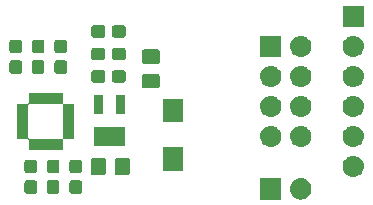
<source format=gbr>
G04 #@! TF.GenerationSoftware,KiCad,Pcbnew,5.1.4*
G04 #@! TF.CreationDate,2019-11-18T21:05:01+01:00*
G04 #@! TF.ProjectId,antivol,616e7469-766f-46c2-9e6b-696361645f70,rev?*
G04 #@! TF.SameCoordinates,Original*
G04 #@! TF.FileFunction,Soldermask,Top*
G04 #@! TF.FilePolarity,Negative*
%FSLAX46Y46*%
G04 Gerber Fmt 4.6, Leading zero omitted, Abs format (unit mm)*
G04 Created by KiCad (PCBNEW 5.1.4) date 2019-11-18 21:05:01*
%MOMM*%
%LPD*%
G04 APERTURE LIST*
%ADD10C,0.100000*%
G04 APERTURE END LIST*
D10*
G36*
X75040442Y-114040518D02*
G01*
X75106627Y-114047037D01*
X75276466Y-114098557D01*
X75432991Y-114182222D01*
X75459527Y-114204000D01*
X75570186Y-114294814D01*
X75628196Y-114365501D01*
X75682778Y-114432009D01*
X75766443Y-114588534D01*
X75817963Y-114758373D01*
X75835359Y-114935000D01*
X75817963Y-115111627D01*
X75766443Y-115281466D01*
X75682778Y-115437991D01*
X75653448Y-115473729D01*
X75570186Y-115575186D01*
X75468729Y-115658448D01*
X75432991Y-115687778D01*
X75276466Y-115771443D01*
X75106627Y-115822963D01*
X75040443Y-115829481D01*
X74974260Y-115836000D01*
X74885740Y-115836000D01*
X74819557Y-115829481D01*
X74753373Y-115822963D01*
X74583534Y-115771443D01*
X74427009Y-115687778D01*
X74391271Y-115658448D01*
X74289814Y-115575186D01*
X74206552Y-115473729D01*
X74177222Y-115437991D01*
X74093557Y-115281466D01*
X74042037Y-115111627D01*
X74024641Y-114935000D01*
X74042037Y-114758373D01*
X74093557Y-114588534D01*
X74177222Y-114432009D01*
X74231804Y-114365501D01*
X74289814Y-114294814D01*
X74400473Y-114204000D01*
X74427009Y-114182222D01*
X74583534Y-114098557D01*
X74753373Y-114047037D01*
X74819558Y-114040518D01*
X74885740Y-114034000D01*
X74974260Y-114034000D01*
X75040442Y-114040518D01*
X75040442Y-114040518D01*
G37*
G36*
X73291000Y-115836000D02*
G01*
X71489000Y-115836000D01*
X71489000Y-114034000D01*
X73291000Y-114034000D01*
X73291000Y-115836000D01*
X73291000Y-115836000D01*
G37*
G36*
X52434499Y-114208445D02*
G01*
X52471995Y-114219820D01*
X52506554Y-114238292D01*
X52536847Y-114263153D01*
X52561708Y-114293446D01*
X52580180Y-114328005D01*
X52591555Y-114365501D01*
X52596000Y-114410638D01*
X52596000Y-115149362D01*
X52591555Y-115194499D01*
X52580180Y-115231995D01*
X52561708Y-115266554D01*
X52536847Y-115296847D01*
X52506554Y-115321708D01*
X52471995Y-115340180D01*
X52434499Y-115351555D01*
X52389362Y-115356000D01*
X51750638Y-115356000D01*
X51705501Y-115351555D01*
X51668005Y-115340180D01*
X51633446Y-115321708D01*
X51603153Y-115296847D01*
X51578292Y-115266554D01*
X51559820Y-115231995D01*
X51548445Y-115194499D01*
X51544000Y-115149362D01*
X51544000Y-114410638D01*
X51548445Y-114365501D01*
X51559820Y-114328005D01*
X51578292Y-114293446D01*
X51603153Y-114263153D01*
X51633446Y-114238292D01*
X51668005Y-114219820D01*
X51705501Y-114208445D01*
X51750638Y-114204000D01*
X52389362Y-114204000D01*
X52434499Y-114208445D01*
X52434499Y-114208445D01*
G37*
G36*
X56244499Y-114208445D02*
G01*
X56281995Y-114219820D01*
X56316554Y-114238292D01*
X56346847Y-114263153D01*
X56371708Y-114293446D01*
X56390180Y-114328005D01*
X56401555Y-114365501D01*
X56406000Y-114410638D01*
X56406000Y-115149362D01*
X56401555Y-115194499D01*
X56390180Y-115231995D01*
X56371708Y-115266554D01*
X56346847Y-115296847D01*
X56316554Y-115321708D01*
X56281995Y-115340180D01*
X56244499Y-115351555D01*
X56199362Y-115356000D01*
X55560638Y-115356000D01*
X55515501Y-115351555D01*
X55478005Y-115340180D01*
X55443446Y-115321708D01*
X55413153Y-115296847D01*
X55388292Y-115266554D01*
X55369820Y-115231995D01*
X55358445Y-115194499D01*
X55354000Y-115149362D01*
X55354000Y-114410638D01*
X55358445Y-114365501D01*
X55369820Y-114328005D01*
X55388292Y-114293446D01*
X55413153Y-114263153D01*
X55443446Y-114238292D01*
X55478005Y-114219820D01*
X55515501Y-114208445D01*
X55560638Y-114204000D01*
X56199362Y-114204000D01*
X56244499Y-114208445D01*
X56244499Y-114208445D01*
G37*
G36*
X54339499Y-114208445D02*
G01*
X54376995Y-114219820D01*
X54411554Y-114238292D01*
X54441847Y-114263153D01*
X54466708Y-114293446D01*
X54485180Y-114328005D01*
X54496555Y-114365501D01*
X54501000Y-114410638D01*
X54501000Y-115149362D01*
X54496555Y-115194499D01*
X54485180Y-115231995D01*
X54466708Y-115266554D01*
X54441847Y-115296847D01*
X54411554Y-115321708D01*
X54376995Y-115340180D01*
X54339499Y-115351555D01*
X54294362Y-115356000D01*
X53655638Y-115356000D01*
X53610501Y-115351555D01*
X53573005Y-115340180D01*
X53538446Y-115321708D01*
X53508153Y-115296847D01*
X53483292Y-115266554D01*
X53464820Y-115231995D01*
X53453445Y-115194499D01*
X53449000Y-115149362D01*
X53449000Y-114410638D01*
X53453445Y-114365501D01*
X53464820Y-114328005D01*
X53483292Y-114293446D01*
X53508153Y-114263153D01*
X53538446Y-114238292D01*
X53573005Y-114219820D01*
X53610501Y-114208445D01*
X53655638Y-114204000D01*
X54294362Y-114204000D01*
X54339499Y-114208445D01*
X54339499Y-114208445D01*
G37*
G36*
X79485443Y-112135519D02*
G01*
X79551627Y-112142037D01*
X79721466Y-112193557D01*
X79877991Y-112277222D01*
X79886530Y-112284230D01*
X80015186Y-112389814D01*
X80067861Y-112454000D01*
X80127778Y-112527009D01*
X80211443Y-112683534D01*
X80262963Y-112853373D01*
X80280359Y-113030000D01*
X80262963Y-113206627D01*
X80211443Y-113376466D01*
X80127778Y-113532991D01*
X80104236Y-113561677D01*
X80015186Y-113670186D01*
X79936049Y-113735131D01*
X79877991Y-113782778D01*
X79721466Y-113866443D01*
X79551627Y-113917963D01*
X79485443Y-113924481D01*
X79419260Y-113931000D01*
X79330740Y-113931000D01*
X79264557Y-113924481D01*
X79198373Y-113917963D01*
X79028534Y-113866443D01*
X78872009Y-113782778D01*
X78813951Y-113735131D01*
X78734814Y-113670186D01*
X78645764Y-113561677D01*
X78622222Y-113532991D01*
X78538557Y-113376466D01*
X78487037Y-113206627D01*
X78469641Y-113030000D01*
X78487037Y-112853373D01*
X78538557Y-112683534D01*
X78622222Y-112527009D01*
X78682139Y-112454000D01*
X78734814Y-112389814D01*
X78863470Y-112284230D01*
X78872009Y-112277222D01*
X79028534Y-112193557D01*
X79198373Y-112142037D01*
X79264557Y-112135519D01*
X79330740Y-112129000D01*
X79419260Y-112129000D01*
X79485443Y-112135519D01*
X79485443Y-112135519D01*
G37*
G36*
X58248674Y-112283465D02*
G01*
X58286367Y-112294899D01*
X58321103Y-112313466D01*
X58351548Y-112338452D01*
X58376534Y-112368897D01*
X58395101Y-112403633D01*
X58406535Y-112441326D01*
X58411000Y-112486661D01*
X58411000Y-113573339D01*
X58406535Y-113618674D01*
X58395101Y-113656367D01*
X58376534Y-113691103D01*
X58351548Y-113721548D01*
X58321103Y-113746534D01*
X58286367Y-113765101D01*
X58248674Y-113776535D01*
X58203339Y-113781000D01*
X57366661Y-113781000D01*
X57321326Y-113776535D01*
X57283633Y-113765101D01*
X57248897Y-113746534D01*
X57218452Y-113721548D01*
X57193466Y-113691103D01*
X57174899Y-113656367D01*
X57163465Y-113618674D01*
X57159000Y-113573339D01*
X57159000Y-112486661D01*
X57163465Y-112441326D01*
X57174899Y-112403633D01*
X57193466Y-112368897D01*
X57218452Y-112338452D01*
X57248897Y-112313466D01*
X57283633Y-112294899D01*
X57321326Y-112283465D01*
X57366661Y-112279000D01*
X58203339Y-112279000D01*
X58248674Y-112283465D01*
X58248674Y-112283465D01*
G37*
G36*
X60298674Y-112283465D02*
G01*
X60336367Y-112294899D01*
X60371103Y-112313466D01*
X60401548Y-112338452D01*
X60426534Y-112368897D01*
X60445101Y-112403633D01*
X60456535Y-112441326D01*
X60461000Y-112486661D01*
X60461000Y-113573339D01*
X60456535Y-113618674D01*
X60445101Y-113656367D01*
X60426534Y-113691103D01*
X60401548Y-113721548D01*
X60371103Y-113746534D01*
X60336367Y-113765101D01*
X60298674Y-113776535D01*
X60253339Y-113781000D01*
X59416661Y-113781000D01*
X59371326Y-113776535D01*
X59333633Y-113765101D01*
X59298897Y-113746534D01*
X59268452Y-113721548D01*
X59243466Y-113691103D01*
X59224899Y-113656367D01*
X59213465Y-113618674D01*
X59209000Y-113573339D01*
X59209000Y-112486661D01*
X59213465Y-112441326D01*
X59224899Y-112403633D01*
X59243466Y-112368897D01*
X59268452Y-112338452D01*
X59298897Y-112313466D01*
X59333633Y-112294899D01*
X59371326Y-112283465D01*
X59416661Y-112279000D01*
X60253339Y-112279000D01*
X60298674Y-112283465D01*
X60298674Y-112283465D01*
G37*
G36*
X52434499Y-112458445D02*
G01*
X52471995Y-112469820D01*
X52506554Y-112488292D01*
X52536847Y-112513153D01*
X52561708Y-112543446D01*
X52580180Y-112578005D01*
X52591555Y-112615501D01*
X52596000Y-112660638D01*
X52596000Y-113399362D01*
X52591555Y-113444499D01*
X52580180Y-113481995D01*
X52561708Y-113516554D01*
X52536847Y-113546847D01*
X52506554Y-113571708D01*
X52471995Y-113590180D01*
X52434499Y-113601555D01*
X52389362Y-113606000D01*
X51750638Y-113606000D01*
X51705501Y-113601555D01*
X51668005Y-113590180D01*
X51633446Y-113571708D01*
X51603153Y-113546847D01*
X51578292Y-113516554D01*
X51559820Y-113481995D01*
X51548445Y-113444499D01*
X51544000Y-113399362D01*
X51544000Y-112660638D01*
X51548445Y-112615501D01*
X51559820Y-112578005D01*
X51578292Y-112543446D01*
X51603153Y-112513153D01*
X51633446Y-112488292D01*
X51668005Y-112469820D01*
X51705501Y-112458445D01*
X51750638Y-112454000D01*
X52389362Y-112454000D01*
X52434499Y-112458445D01*
X52434499Y-112458445D01*
G37*
G36*
X54339499Y-112458445D02*
G01*
X54376995Y-112469820D01*
X54411554Y-112488292D01*
X54441847Y-112513153D01*
X54466708Y-112543446D01*
X54485180Y-112578005D01*
X54496555Y-112615501D01*
X54501000Y-112660638D01*
X54501000Y-113399362D01*
X54496555Y-113444499D01*
X54485180Y-113481995D01*
X54466708Y-113516554D01*
X54441847Y-113546847D01*
X54411554Y-113571708D01*
X54376995Y-113590180D01*
X54339499Y-113601555D01*
X54294362Y-113606000D01*
X53655638Y-113606000D01*
X53610501Y-113601555D01*
X53573005Y-113590180D01*
X53538446Y-113571708D01*
X53508153Y-113546847D01*
X53483292Y-113516554D01*
X53464820Y-113481995D01*
X53453445Y-113444499D01*
X53449000Y-113399362D01*
X53449000Y-112660638D01*
X53453445Y-112615501D01*
X53464820Y-112578005D01*
X53483292Y-112543446D01*
X53508153Y-112513153D01*
X53538446Y-112488292D01*
X53573005Y-112469820D01*
X53610501Y-112458445D01*
X53655638Y-112454000D01*
X54294362Y-112454000D01*
X54339499Y-112458445D01*
X54339499Y-112458445D01*
G37*
G36*
X56244499Y-112458445D02*
G01*
X56281995Y-112469820D01*
X56316554Y-112488292D01*
X56346847Y-112513153D01*
X56371708Y-112543446D01*
X56390180Y-112578005D01*
X56401555Y-112615501D01*
X56406000Y-112660638D01*
X56406000Y-113399362D01*
X56401555Y-113444499D01*
X56390180Y-113481995D01*
X56371708Y-113516554D01*
X56346847Y-113546847D01*
X56316554Y-113571708D01*
X56281995Y-113590180D01*
X56244499Y-113601555D01*
X56199362Y-113606000D01*
X55560638Y-113606000D01*
X55515501Y-113601555D01*
X55478005Y-113590180D01*
X55443446Y-113571708D01*
X55413153Y-113546847D01*
X55388292Y-113516554D01*
X55369820Y-113481995D01*
X55358445Y-113444499D01*
X55354000Y-113399362D01*
X55354000Y-112660638D01*
X55358445Y-112615501D01*
X55369820Y-112578005D01*
X55388292Y-112543446D01*
X55413153Y-112513153D01*
X55443446Y-112488292D01*
X55478005Y-112469820D01*
X55515501Y-112458445D01*
X55560638Y-112454000D01*
X56199362Y-112454000D01*
X56244499Y-112458445D01*
X56244499Y-112458445D01*
G37*
G36*
X64986000Y-113396000D02*
G01*
X63284000Y-113396000D01*
X63284000Y-111394000D01*
X64986000Y-111394000D01*
X64986000Y-113396000D01*
X64986000Y-113396000D01*
G37*
G36*
X52260295Y-106795323D02*
G01*
X52267309Y-106797451D01*
X52281077Y-106804810D01*
X52303716Y-106814187D01*
X52327749Y-106818967D01*
X52352253Y-106818967D01*
X52376286Y-106814186D01*
X52398923Y-106804810D01*
X52412691Y-106797451D01*
X52419705Y-106795323D01*
X52433140Y-106794000D01*
X52746860Y-106794000D01*
X52760295Y-106795323D01*
X52767309Y-106797451D01*
X52781077Y-106804810D01*
X52803716Y-106814187D01*
X52827749Y-106818967D01*
X52852253Y-106818967D01*
X52876286Y-106814186D01*
X52898923Y-106804810D01*
X52912691Y-106797451D01*
X52919705Y-106795323D01*
X52933140Y-106794000D01*
X53246860Y-106794000D01*
X53260295Y-106795323D01*
X53267309Y-106797451D01*
X53281077Y-106804810D01*
X53303716Y-106814187D01*
X53327749Y-106818967D01*
X53352253Y-106818967D01*
X53376286Y-106814186D01*
X53398923Y-106804810D01*
X53412691Y-106797451D01*
X53419705Y-106795323D01*
X53433140Y-106794000D01*
X53746860Y-106794000D01*
X53760295Y-106795323D01*
X53767309Y-106797451D01*
X53781077Y-106804810D01*
X53803716Y-106814187D01*
X53827749Y-106818967D01*
X53852253Y-106818967D01*
X53876286Y-106814186D01*
X53898923Y-106804810D01*
X53912691Y-106797451D01*
X53919705Y-106795323D01*
X53933140Y-106794000D01*
X54246860Y-106794000D01*
X54260295Y-106795323D01*
X54267309Y-106797451D01*
X54281077Y-106804810D01*
X54303716Y-106814187D01*
X54327749Y-106818967D01*
X54352253Y-106818967D01*
X54376286Y-106814186D01*
X54398923Y-106804810D01*
X54412691Y-106797451D01*
X54419705Y-106795323D01*
X54433140Y-106794000D01*
X54746860Y-106794000D01*
X54760295Y-106795323D01*
X54767310Y-106797451D01*
X54773776Y-106800908D01*
X54779442Y-106805558D01*
X54784092Y-106811224D01*
X54787549Y-106817690D01*
X54789677Y-106824705D01*
X54791000Y-106838140D01*
X54791000Y-107644001D01*
X54793402Y-107668387D01*
X54800515Y-107691836D01*
X54812066Y-107713447D01*
X54827611Y-107732389D01*
X54846553Y-107747934D01*
X54868164Y-107759485D01*
X54891613Y-107766598D01*
X54915999Y-107769000D01*
X55721860Y-107769000D01*
X55735295Y-107770323D01*
X55742310Y-107772451D01*
X55748776Y-107775908D01*
X55754442Y-107780558D01*
X55759092Y-107786224D01*
X55762549Y-107792690D01*
X55764677Y-107799705D01*
X55766000Y-107813140D01*
X55766000Y-108126860D01*
X55764677Y-108140295D01*
X55762549Y-108147309D01*
X55755190Y-108161077D01*
X55745813Y-108183716D01*
X55741033Y-108207749D01*
X55741033Y-108232253D01*
X55745814Y-108256286D01*
X55755190Y-108278923D01*
X55762549Y-108292691D01*
X55764677Y-108299705D01*
X55766000Y-108313140D01*
X55766000Y-108626860D01*
X55764677Y-108640295D01*
X55762549Y-108647309D01*
X55755190Y-108661077D01*
X55745813Y-108683716D01*
X55741033Y-108707749D01*
X55741033Y-108732253D01*
X55745814Y-108756286D01*
X55755190Y-108778923D01*
X55762549Y-108792691D01*
X55764677Y-108799705D01*
X55766000Y-108813140D01*
X55766000Y-109126860D01*
X55764677Y-109140295D01*
X55762549Y-109147309D01*
X55755190Y-109161077D01*
X55745813Y-109183716D01*
X55741033Y-109207749D01*
X55741033Y-109232253D01*
X55745814Y-109256286D01*
X55755190Y-109278923D01*
X55762549Y-109292691D01*
X55764677Y-109299705D01*
X55766000Y-109313140D01*
X55766000Y-109626860D01*
X55764677Y-109640295D01*
X55762549Y-109647309D01*
X55755190Y-109661077D01*
X55745813Y-109683716D01*
X55741033Y-109707749D01*
X55741033Y-109732253D01*
X55745814Y-109756286D01*
X55755190Y-109778923D01*
X55762549Y-109792691D01*
X55764677Y-109799705D01*
X55766000Y-109813140D01*
X55766000Y-110126860D01*
X55764677Y-110140295D01*
X55762549Y-110147309D01*
X55755190Y-110161077D01*
X55745813Y-110183716D01*
X55741033Y-110207749D01*
X55741033Y-110232253D01*
X55745814Y-110256286D01*
X55755190Y-110278923D01*
X55762549Y-110292691D01*
X55764677Y-110299705D01*
X55766000Y-110313140D01*
X55766000Y-110626860D01*
X55764677Y-110640295D01*
X55762549Y-110647310D01*
X55759092Y-110653776D01*
X55754442Y-110659442D01*
X55748776Y-110664092D01*
X55742310Y-110667549D01*
X55735295Y-110669677D01*
X55721860Y-110671000D01*
X54915999Y-110671000D01*
X54891613Y-110673402D01*
X54868164Y-110680515D01*
X54846553Y-110692066D01*
X54827611Y-110707611D01*
X54812066Y-110726553D01*
X54800515Y-110748164D01*
X54793402Y-110771613D01*
X54791000Y-110795999D01*
X54791000Y-111601860D01*
X54789677Y-111615295D01*
X54787549Y-111622310D01*
X54784092Y-111628776D01*
X54779442Y-111634442D01*
X54773776Y-111639092D01*
X54767310Y-111642549D01*
X54760295Y-111644677D01*
X54746860Y-111646000D01*
X54433140Y-111646000D01*
X54419705Y-111644677D01*
X54412691Y-111642549D01*
X54398923Y-111635190D01*
X54376284Y-111625813D01*
X54352251Y-111621033D01*
X54327747Y-111621033D01*
X54303714Y-111625814D01*
X54281077Y-111635190D01*
X54267309Y-111642549D01*
X54260295Y-111644677D01*
X54246860Y-111646000D01*
X53933140Y-111646000D01*
X53919705Y-111644677D01*
X53912691Y-111642549D01*
X53898923Y-111635190D01*
X53876284Y-111625813D01*
X53852251Y-111621033D01*
X53827747Y-111621033D01*
X53803714Y-111625814D01*
X53781077Y-111635190D01*
X53767309Y-111642549D01*
X53760295Y-111644677D01*
X53746860Y-111646000D01*
X53433140Y-111646000D01*
X53419705Y-111644677D01*
X53412691Y-111642549D01*
X53398923Y-111635190D01*
X53376284Y-111625813D01*
X53352251Y-111621033D01*
X53327747Y-111621033D01*
X53303714Y-111625814D01*
X53281077Y-111635190D01*
X53267309Y-111642549D01*
X53260295Y-111644677D01*
X53246860Y-111646000D01*
X52933140Y-111646000D01*
X52919705Y-111644677D01*
X52912691Y-111642549D01*
X52898923Y-111635190D01*
X52876284Y-111625813D01*
X52852251Y-111621033D01*
X52827747Y-111621033D01*
X52803714Y-111625814D01*
X52781077Y-111635190D01*
X52767309Y-111642549D01*
X52760295Y-111644677D01*
X52746860Y-111646000D01*
X52433140Y-111646000D01*
X52419705Y-111644677D01*
X52412691Y-111642549D01*
X52398923Y-111635190D01*
X52376284Y-111625813D01*
X52352251Y-111621033D01*
X52327747Y-111621033D01*
X52303714Y-111625814D01*
X52281077Y-111635190D01*
X52267309Y-111642549D01*
X52260295Y-111644677D01*
X52246860Y-111646000D01*
X51933140Y-111646000D01*
X51919705Y-111644677D01*
X51912690Y-111642549D01*
X51906224Y-111639092D01*
X51900558Y-111634442D01*
X51895908Y-111628776D01*
X51892451Y-111622310D01*
X51890323Y-111615295D01*
X51889000Y-111601860D01*
X51889000Y-110795999D01*
X51886598Y-110771613D01*
X51879485Y-110748164D01*
X51867934Y-110726553D01*
X51852389Y-110707611D01*
X51833447Y-110692066D01*
X51811836Y-110680515D01*
X51788387Y-110673402D01*
X51764001Y-110671000D01*
X50958140Y-110671000D01*
X50944705Y-110669677D01*
X50937690Y-110667549D01*
X50931224Y-110664092D01*
X50925558Y-110659442D01*
X50920908Y-110653776D01*
X50917451Y-110647310D01*
X50915323Y-110640295D01*
X50914000Y-110626860D01*
X50914000Y-110313140D01*
X50915323Y-110299705D01*
X50917451Y-110292691D01*
X50924810Y-110278923D01*
X50934187Y-110256284D01*
X50938967Y-110232251D01*
X50938967Y-110207747D01*
X50934186Y-110183714D01*
X50924810Y-110161077D01*
X50917451Y-110147309D01*
X50915323Y-110140295D01*
X50914000Y-110126860D01*
X50914000Y-109813140D01*
X50915323Y-109799705D01*
X50917451Y-109792691D01*
X50924810Y-109778923D01*
X50934187Y-109756284D01*
X50938967Y-109732251D01*
X50938967Y-109707747D01*
X50934186Y-109683714D01*
X50924810Y-109661077D01*
X50917451Y-109647309D01*
X50915323Y-109640295D01*
X50914000Y-109626860D01*
X50914000Y-109313140D01*
X50915323Y-109299705D01*
X50917451Y-109292691D01*
X50924810Y-109278923D01*
X50934187Y-109256284D01*
X50938967Y-109232251D01*
X50938967Y-109207747D01*
X50934186Y-109183714D01*
X50924810Y-109161077D01*
X50917451Y-109147309D01*
X50915323Y-109140295D01*
X50914000Y-109126860D01*
X50914000Y-108813140D01*
X50915323Y-108799705D01*
X50917451Y-108792691D01*
X50924810Y-108778923D01*
X50934187Y-108756284D01*
X50938967Y-108732251D01*
X50938967Y-108707747D01*
X50934186Y-108683714D01*
X50924810Y-108661077D01*
X50917451Y-108647309D01*
X50915323Y-108640295D01*
X50914000Y-108626860D01*
X50914000Y-108313140D01*
X50915323Y-108299705D01*
X50917451Y-108292691D01*
X50924810Y-108278923D01*
X50934187Y-108256284D01*
X50938967Y-108232251D01*
X50938967Y-108207749D01*
X51841033Y-108207749D01*
X51841033Y-108232253D01*
X51845814Y-108256286D01*
X51855190Y-108278923D01*
X51862549Y-108292691D01*
X51864677Y-108299705D01*
X51866000Y-108313140D01*
X51866000Y-108626860D01*
X51864677Y-108640295D01*
X51862549Y-108647309D01*
X51855190Y-108661077D01*
X51845813Y-108683716D01*
X51841033Y-108707749D01*
X51841033Y-108732253D01*
X51845814Y-108756286D01*
X51855190Y-108778923D01*
X51862549Y-108792691D01*
X51864677Y-108799705D01*
X51866000Y-108813140D01*
X51866000Y-109126860D01*
X51864677Y-109140295D01*
X51862549Y-109147309D01*
X51855190Y-109161077D01*
X51845813Y-109183716D01*
X51841033Y-109207749D01*
X51841033Y-109232253D01*
X51845814Y-109256286D01*
X51855190Y-109278923D01*
X51862549Y-109292691D01*
X51864677Y-109299705D01*
X51866000Y-109313140D01*
X51866000Y-109626860D01*
X51864677Y-109640295D01*
X51862549Y-109647309D01*
X51855190Y-109661077D01*
X51845813Y-109683716D01*
X51841033Y-109707749D01*
X51841033Y-109732253D01*
X51845814Y-109756286D01*
X51855190Y-109778923D01*
X51862549Y-109792691D01*
X51864677Y-109799705D01*
X51866000Y-109813140D01*
X51866000Y-110126860D01*
X51864677Y-110140295D01*
X51862549Y-110147309D01*
X51855190Y-110161077D01*
X51845813Y-110183716D01*
X51841033Y-110207749D01*
X51841033Y-110232253D01*
X51845814Y-110256286D01*
X51855190Y-110278923D01*
X51862549Y-110292691D01*
X51864677Y-110299705D01*
X51866000Y-110313140D01*
X51866000Y-110569001D01*
X51868402Y-110593387D01*
X51875515Y-110616836D01*
X51887066Y-110638447D01*
X51902611Y-110657389D01*
X51921553Y-110672934D01*
X51943164Y-110684485D01*
X51966613Y-110691598D01*
X51990999Y-110694000D01*
X52246860Y-110694000D01*
X52260295Y-110695323D01*
X52267309Y-110697451D01*
X52281077Y-110704810D01*
X52303716Y-110714187D01*
X52327749Y-110718967D01*
X52352253Y-110718967D01*
X52376286Y-110714186D01*
X52398923Y-110704810D01*
X52412691Y-110697451D01*
X52419705Y-110695323D01*
X52433140Y-110694000D01*
X52746860Y-110694000D01*
X52760295Y-110695323D01*
X52767309Y-110697451D01*
X52781077Y-110704810D01*
X52803716Y-110714187D01*
X52827749Y-110718967D01*
X52852253Y-110718967D01*
X52876286Y-110714186D01*
X52898923Y-110704810D01*
X52912691Y-110697451D01*
X52919705Y-110695323D01*
X52933140Y-110694000D01*
X53246860Y-110694000D01*
X53260295Y-110695323D01*
X53267309Y-110697451D01*
X53281077Y-110704810D01*
X53303716Y-110714187D01*
X53327749Y-110718967D01*
X53352253Y-110718967D01*
X53376286Y-110714186D01*
X53398923Y-110704810D01*
X53412691Y-110697451D01*
X53419705Y-110695323D01*
X53433140Y-110694000D01*
X53746860Y-110694000D01*
X53760295Y-110695323D01*
X53767309Y-110697451D01*
X53781077Y-110704810D01*
X53803716Y-110714187D01*
X53827749Y-110718967D01*
X53852253Y-110718967D01*
X53876286Y-110714186D01*
X53898923Y-110704810D01*
X53912691Y-110697451D01*
X53919705Y-110695323D01*
X53933140Y-110694000D01*
X54246860Y-110694000D01*
X54260295Y-110695323D01*
X54267309Y-110697451D01*
X54281077Y-110704810D01*
X54303716Y-110714187D01*
X54327749Y-110718967D01*
X54352253Y-110718967D01*
X54376286Y-110714186D01*
X54398923Y-110704810D01*
X54412691Y-110697451D01*
X54419705Y-110695323D01*
X54433140Y-110694000D01*
X54689001Y-110694000D01*
X54713387Y-110691598D01*
X54736836Y-110684485D01*
X54758447Y-110672934D01*
X54777389Y-110657389D01*
X54792934Y-110638447D01*
X54804485Y-110616836D01*
X54811598Y-110593387D01*
X54814000Y-110569001D01*
X54814000Y-110313140D01*
X54815323Y-110299705D01*
X54817451Y-110292691D01*
X54824810Y-110278923D01*
X54834187Y-110256284D01*
X54838967Y-110232251D01*
X54838967Y-110207747D01*
X54834186Y-110183714D01*
X54824810Y-110161077D01*
X54817451Y-110147309D01*
X54815323Y-110140295D01*
X54814000Y-110126860D01*
X54814000Y-109813140D01*
X54815323Y-109799705D01*
X54817451Y-109792691D01*
X54824810Y-109778923D01*
X54834187Y-109756284D01*
X54838967Y-109732251D01*
X54838967Y-109707747D01*
X54834186Y-109683714D01*
X54824810Y-109661077D01*
X54817451Y-109647309D01*
X54815323Y-109640295D01*
X54814000Y-109626860D01*
X54814000Y-109313140D01*
X54815323Y-109299705D01*
X54817451Y-109292691D01*
X54824810Y-109278923D01*
X54834187Y-109256284D01*
X54838967Y-109232251D01*
X54838967Y-109207747D01*
X54834186Y-109183714D01*
X54824810Y-109161077D01*
X54817451Y-109147309D01*
X54815323Y-109140295D01*
X54814000Y-109126860D01*
X54814000Y-108813140D01*
X54815323Y-108799705D01*
X54817451Y-108792691D01*
X54824810Y-108778923D01*
X54834187Y-108756284D01*
X54838967Y-108732251D01*
X54838967Y-108707747D01*
X54834186Y-108683714D01*
X54824810Y-108661077D01*
X54817451Y-108647309D01*
X54815323Y-108640295D01*
X54814000Y-108626860D01*
X54814000Y-108313140D01*
X54815323Y-108299705D01*
X54817451Y-108292691D01*
X54824810Y-108278923D01*
X54834187Y-108256284D01*
X54838967Y-108232251D01*
X54838967Y-108207747D01*
X54834186Y-108183714D01*
X54824810Y-108161077D01*
X54817451Y-108147309D01*
X54815323Y-108140295D01*
X54814000Y-108126860D01*
X54814000Y-107870999D01*
X54811598Y-107846613D01*
X54804485Y-107823164D01*
X54792934Y-107801553D01*
X54777389Y-107782611D01*
X54758447Y-107767066D01*
X54736836Y-107755515D01*
X54713387Y-107748402D01*
X54689001Y-107746000D01*
X54433140Y-107746000D01*
X54419705Y-107744677D01*
X54412691Y-107742549D01*
X54398923Y-107735190D01*
X54376284Y-107725813D01*
X54352251Y-107721033D01*
X54327747Y-107721033D01*
X54303714Y-107725814D01*
X54281077Y-107735190D01*
X54267309Y-107742549D01*
X54260295Y-107744677D01*
X54246860Y-107746000D01*
X53933140Y-107746000D01*
X53919705Y-107744677D01*
X53912691Y-107742549D01*
X53898923Y-107735190D01*
X53876284Y-107725813D01*
X53852251Y-107721033D01*
X53827747Y-107721033D01*
X53803714Y-107725814D01*
X53781077Y-107735190D01*
X53767309Y-107742549D01*
X53760295Y-107744677D01*
X53746860Y-107746000D01*
X53433140Y-107746000D01*
X53419705Y-107744677D01*
X53412691Y-107742549D01*
X53398923Y-107735190D01*
X53376284Y-107725813D01*
X53352251Y-107721033D01*
X53327747Y-107721033D01*
X53303714Y-107725814D01*
X53281077Y-107735190D01*
X53267309Y-107742549D01*
X53260295Y-107744677D01*
X53246860Y-107746000D01*
X52933140Y-107746000D01*
X52919705Y-107744677D01*
X52912691Y-107742549D01*
X52898923Y-107735190D01*
X52876284Y-107725813D01*
X52852251Y-107721033D01*
X52827747Y-107721033D01*
X52803714Y-107725814D01*
X52781077Y-107735190D01*
X52767309Y-107742549D01*
X52760295Y-107744677D01*
X52746860Y-107746000D01*
X52433140Y-107746000D01*
X52419705Y-107744677D01*
X52412691Y-107742549D01*
X52398923Y-107735190D01*
X52376284Y-107725813D01*
X52352251Y-107721033D01*
X52327747Y-107721033D01*
X52303714Y-107725814D01*
X52281077Y-107735190D01*
X52267309Y-107742549D01*
X52260295Y-107744677D01*
X52246860Y-107746000D01*
X51990999Y-107746000D01*
X51966613Y-107748402D01*
X51943164Y-107755515D01*
X51921553Y-107767066D01*
X51902611Y-107782611D01*
X51887066Y-107801553D01*
X51875515Y-107823164D01*
X51868402Y-107846613D01*
X51866000Y-107870999D01*
X51866000Y-108126860D01*
X51864677Y-108140295D01*
X51862549Y-108147309D01*
X51855190Y-108161077D01*
X51845813Y-108183716D01*
X51841033Y-108207749D01*
X50938967Y-108207749D01*
X50938967Y-108207747D01*
X50934186Y-108183714D01*
X50924810Y-108161077D01*
X50917451Y-108147309D01*
X50915323Y-108140295D01*
X50914000Y-108126860D01*
X50914000Y-107813140D01*
X50915323Y-107799705D01*
X50917451Y-107792690D01*
X50920908Y-107786224D01*
X50925558Y-107780558D01*
X50931224Y-107775908D01*
X50937690Y-107772451D01*
X50944705Y-107770323D01*
X50958140Y-107769000D01*
X51764001Y-107769000D01*
X51788387Y-107766598D01*
X51811836Y-107759485D01*
X51833447Y-107747934D01*
X51852389Y-107732389D01*
X51867934Y-107713447D01*
X51879485Y-107691836D01*
X51886598Y-107668387D01*
X51889000Y-107644001D01*
X51889000Y-106838140D01*
X51890323Y-106824705D01*
X51892451Y-106817690D01*
X51895908Y-106811224D01*
X51900558Y-106805558D01*
X51906224Y-106800908D01*
X51912690Y-106797451D01*
X51919705Y-106795323D01*
X51933140Y-106794000D01*
X52246860Y-106794000D01*
X52260295Y-106795323D01*
X52260295Y-106795323D01*
G37*
G36*
X75040442Y-109595518D02*
G01*
X75106627Y-109602037D01*
X75276466Y-109653557D01*
X75432991Y-109737222D01*
X75456218Y-109756284D01*
X75570186Y-109849814D01*
X75653448Y-109951271D01*
X75682778Y-109987009D01*
X75682779Y-109987011D01*
X75757531Y-110126860D01*
X75766443Y-110143534D01*
X75817963Y-110313373D01*
X75835359Y-110490000D01*
X75817963Y-110666627D01*
X75766443Y-110836466D01*
X75682778Y-110992991D01*
X75653448Y-111028729D01*
X75570186Y-111130186D01*
X75468729Y-111213448D01*
X75432991Y-111242778D01*
X75276466Y-111326443D01*
X75106627Y-111377963D01*
X75040443Y-111384481D01*
X74974260Y-111391000D01*
X74885740Y-111391000D01*
X74819557Y-111384481D01*
X74753373Y-111377963D01*
X74583534Y-111326443D01*
X74427009Y-111242778D01*
X74391271Y-111213448D01*
X74289814Y-111130186D01*
X74206552Y-111028729D01*
X74177222Y-110992991D01*
X74093557Y-110836466D01*
X74042037Y-110666627D01*
X74024641Y-110490000D01*
X74042037Y-110313373D01*
X74093557Y-110143534D01*
X74102470Y-110126860D01*
X74177221Y-109987011D01*
X74177222Y-109987009D01*
X74206552Y-109951271D01*
X74289814Y-109849814D01*
X74403782Y-109756284D01*
X74427009Y-109737222D01*
X74583534Y-109653557D01*
X74753373Y-109602037D01*
X74819558Y-109595518D01*
X74885740Y-109589000D01*
X74974260Y-109589000D01*
X75040442Y-109595518D01*
X75040442Y-109595518D01*
G37*
G36*
X72500442Y-109595518D02*
G01*
X72566627Y-109602037D01*
X72736466Y-109653557D01*
X72892991Y-109737222D01*
X72916218Y-109756284D01*
X73030186Y-109849814D01*
X73113448Y-109951271D01*
X73142778Y-109987009D01*
X73142779Y-109987011D01*
X73217531Y-110126860D01*
X73226443Y-110143534D01*
X73277963Y-110313373D01*
X73295359Y-110490000D01*
X73277963Y-110666627D01*
X73226443Y-110836466D01*
X73142778Y-110992991D01*
X73113448Y-111028729D01*
X73030186Y-111130186D01*
X72928729Y-111213448D01*
X72892991Y-111242778D01*
X72736466Y-111326443D01*
X72566627Y-111377963D01*
X72500443Y-111384481D01*
X72434260Y-111391000D01*
X72345740Y-111391000D01*
X72279557Y-111384481D01*
X72213373Y-111377963D01*
X72043534Y-111326443D01*
X71887009Y-111242778D01*
X71851271Y-111213448D01*
X71749814Y-111130186D01*
X71666552Y-111028729D01*
X71637222Y-110992991D01*
X71553557Y-110836466D01*
X71502037Y-110666627D01*
X71484641Y-110490000D01*
X71502037Y-110313373D01*
X71553557Y-110143534D01*
X71562470Y-110126860D01*
X71637221Y-109987011D01*
X71637222Y-109987009D01*
X71666552Y-109951271D01*
X71749814Y-109849814D01*
X71863782Y-109756284D01*
X71887009Y-109737222D01*
X72043534Y-109653557D01*
X72213373Y-109602037D01*
X72279558Y-109595518D01*
X72345740Y-109589000D01*
X72434260Y-109589000D01*
X72500442Y-109595518D01*
X72500442Y-109595518D01*
G37*
G36*
X79485442Y-109595518D02*
G01*
X79551627Y-109602037D01*
X79721466Y-109653557D01*
X79877991Y-109737222D01*
X79901218Y-109756284D01*
X80015186Y-109849814D01*
X80098448Y-109951271D01*
X80127778Y-109987009D01*
X80127779Y-109987011D01*
X80202531Y-110126860D01*
X80211443Y-110143534D01*
X80262963Y-110313373D01*
X80280359Y-110490000D01*
X80262963Y-110666627D01*
X80211443Y-110836466D01*
X80127778Y-110992991D01*
X80098448Y-111028729D01*
X80015186Y-111130186D01*
X79913729Y-111213448D01*
X79877991Y-111242778D01*
X79721466Y-111326443D01*
X79551627Y-111377963D01*
X79485443Y-111384481D01*
X79419260Y-111391000D01*
X79330740Y-111391000D01*
X79264557Y-111384481D01*
X79198373Y-111377963D01*
X79028534Y-111326443D01*
X78872009Y-111242778D01*
X78836271Y-111213448D01*
X78734814Y-111130186D01*
X78651552Y-111028729D01*
X78622222Y-110992991D01*
X78538557Y-110836466D01*
X78487037Y-110666627D01*
X78469641Y-110490000D01*
X78487037Y-110313373D01*
X78538557Y-110143534D01*
X78547470Y-110126860D01*
X78622221Y-109987011D01*
X78622222Y-109987009D01*
X78651552Y-109951271D01*
X78734814Y-109849814D01*
X78848782Y-109756284D01*
X78872009Y-109737222D01*
X79028534Y-109653557D01*
X79198373Y-109602037D01*
X79264558Y-109595518D01*
X79330740Y-109589000D01*
X79419260Y-109589000D01*
X79485442Y-109595518D01*
X79485442Y-109595518D01*
G37*
G36*
X60066000Y-111321000D02*
G01*
X57414000Y-111321000D01*
X57414000Y-109659000D01*
X60066000Y-109659000D01*
X60066000Y-111321000D01*
X60066000Y-111321000D01*
G37*
G36*
X64986000Y-109296000D02*
G01*
X63284000Y-109296000D01*
X63284000Y-107294000D01*
X64986000Y-107294000D01*
X64986000Y-109296000D01*
X64986000Y-109296000D01*
G37*
G36*
X72500442Y-107055518D02*
G01*
X72566627Y-107062037D01*
X72736466Y-107113557D01*
X72892991Y-107197222D01*
X72928729Y-107226552D01*
X73030186Y-107309814D01*
X73113448Y-107411271D01*
X73142778Y-107447009D01*
X73226443Y-107603534D01*
X73277963Y-107773373D01*
X73295359Y-107950000D01*
X73277963Y-108126627D01*
X73229637Y-108285937D01*
X73226442Y-108296468D01*
X73217250Y-108313665D01*
X73142778Y-108452991D01*
X73113448Y-108488729D01*
X73030186Y-108590186D01*
X72941034Y-108663350D01*
X72892991Y-108702778D01*
X72736466Y-108786443D01*
X72566627Y-108837963D01*
X72500442Y-108844482D01*
X72434260Y-108851000D01*
X72345740Y-108851000D01*
X72279558Y-108844482D01*
X72213373Y-108837963D01*
X72043534Y-108786443D01*
X71887009Y-108702778D01*
X71838966Y-108663350D01*
X71749814Y-108590186D01*
X71666552Y-108488729D01*
X71637222Y-108452991D01*
X71562750Y-108313665D01*
X71553558Y-108296468D01*
X71550363Y-108285937D01*
X71502037Y-108126627D01*
X71484641Y-107950000D01*
X71502037Y-107773373D01*
X71553557Y-107603534D01*
X71637222Y-107447009D01*
X71666552Y-107411271D01*
X71749814Y-107309814D01*
X71851271Y-107226552D01*
X71887009Y-107197222D01*
X72043534Y-107113557D01*
X72213373Y-107062037D01*
X72279558Y-107055518D01*
X72345740Y-107049000D01*
X72434260Y-107049000D01*
X72500442Y-107055518D01*
X72500442Y-107055518D01*
G37*
G36*
X75040442Y-107055518D02*
G01*
X75106627Y-107062037D01*
X75276466Y-107113557D01*
X75432991Y-107197222D01*
X75468729Y-107226552D01*
X75570186Y-107309814D01*
X75653448Y-107411271D01*
X75682778Y-107447009D01*
X75766443Y-107603534D01*
X75817963Y-107773373D01*
X75835359Y-107950000D01*
X75817963Y-108126627D01*
X75769637Y-108285937D01*
X75766442Y-108296468D01*
X75757250Y-108313665D01*
X75682778Y-108452991D01*
X75653448Y-108488729D01*
X75570186Y-108590186D01*
X75481034Y-108663350D01*
X75432991Y-108702778D01*
X75276466Y-108786443D01*
X75106627Y-108837963D01*
X75040442Y-108844482D01*
X74974260Y-108851000D01*
X74885740Y-108851000D01*
X74819558Y-108844482D01*
X74753373Y-108837963D01*
X74583534Y-108786443D01*
X74427009Y-108702778D01*
X74378966Y-108663350D01*
X74289814Y-108590186D01*
X74206552Y-108488729D01*
X74177222Y-108452991D01*
X74102750Y-108313665D01*
X74093558Y-108296468D01*
X74090363Y-108285937D01*
X74042037Y-108126627D01*
X74024641Y-107950000D01*
X74042037Y-107773373D01*
X74093557Y-107603534D01*
X74177222Y-107447009D01*
X74206552Y-107411271D01*
X74289814Y-107309814D01*
X74391271Y-107226552D01*
X74427009Y-107197222D01*
X74583534Y-107113557D01*
X74753373Y-107062037D01*
X74819558Y-107055518D01*
X74885740Y-107049000D01*
X74974260Y-107049000D01*
X75040442Y-107055518D01*
X75040442Y-107055518D01*
G37*
G36*
X79485442Y-107055518D02*
G01*
X79551627Y-107062037D01*
X79721466Y-107113557D01*
X79877991Y-107197222D01*
X79913729Y-107226552D01*
X80015186Y-107309814D01*
X80098448Y-107411271D01*
X80127778Y-107447009D01*
X80211443Y-107603534D01*
X80262963Y-107773373D01*
X80280359Y-107950000D01*
X80262963Y-108126627D01*
X80214637Y-108285937D01*
X80211442Y-108296468D01*
X80202250Y-108313665D01*
X80127778Y-108452991D01*
X80098448Y-108488729D01*
X80015186Y-108590186D01*
X79926034Y-108663350D01*
X79877991Y-108702778D01*
X79721466Y-108786443D01*
X79551627Y-108837963D01*
X79485442Y-108844482D01*
X79419260Y-108851000D01*
X79330740Y-108851000D01*
X79264558Y-108844482D01*
X79198373Y-108837963D01*
X79028534Y-108786443D01*
X78872009Y-108702778D01*
X78823966Y-108663350D01*
X78734814Y-108590186D01*
X78651552Y-108488729D01*
X78622222Y-108452991D01*
X78547750Y-108313665D01*
X78538558Y-108296468D01*
X78535363Y-108285937D01*
X78487037Y-108126627D01*
X78469641Y-107950000D01*
X78487037Y-107773373D01*
X78538557Y-107603534D01*
X78622222Y-107447009D01*
X78651552Y-107411271D01*
X78734814Y-107309814D01*
X78836271Y-107226552D01*
X78872009Y-107197222D01*
X79028534Y-107113557D01*
X79198373Y-107062037D01*
X79264558Y-107055518D01*
X79330740Y-107049000D01*
X79419260Y-107049000D01*
X79485442Y-107055518D01*
X79485442Y-107055518D01*
G37*
G36*
X60066000Y-108621000D02*
G01*
X59314000Y-108621000D01*
X59314000Y-106959000D01*
X60066000Y-106959000D01*
X60066000Y-108621000D01*
X60066000Y-108621000D01*
G37*
G36*
X58166000Y-108621000D02*
G01*
X57414000Y-108621000D01*
X57414000Y-106959000D01*
X58166000Y-106959000D01*
X58166000Y-108621000D01*
X58166000Y-108621000D01*
G37*
G36*
X62818674Y-105178465D02*
G01*
X62856367Y-105189899D01*
X62891103Y-105208466D01*
X62921548Y-105233452D01*
X62946534Y-105263897D01*
X62965101Y-105298633D01*
X62976535Y-105336326D01*
X62981000Y-105381661D01*
X62981000Y-106218339D01*
X62976535Y-106263674D01*
X62965101Y-106301367D01*
X62946534Y-106336103D01*
X62921548Y-106366548D01*
X62891103Y-106391534D01*
X62856367Y-106410101D01*
X62818674Y-106421535D01*
X62773339Y-106426000D01*
X61686661Y-106426000D01*
X61641326Y-106421535D01*
X61603633Y-106410101D01*
X61568897Y-106391534D01*
X61538452Y-106366548D01*
X61513466Y-106336103D01*
X61494899Y-106301367D01*
X61483465Y-106263674D01*
X61479000Y-106218339D01*
X61479000Y-105381661D01*
X61483465Y-105336326D01*
X61494899Y-105298633D01*
X61513466Y-105263897D01*
X61538452Y-105233452D01*
X61568897Y-105208466D01*
X61603633Y-105189899D01*
X61641326Y-105178465D01*
X61686661Y-105174000D01*
X62773339Y-105174000D01*
X62818674Y-105178465D01*
X62818674Y-105178465D01*
G37*
G36*
X72500443Y-104515519D02*
G01*
X72566627Y-104522037D01*
X72736466Y-104573557D01*
X72892991Y-104657222D01*
X72928729Y-104686552D01*
X73030186Y-104769814D01*
X73113448Y-104871271D01*
X73142778Y-104907009D01*
X73226443Y-105063534D01*
X73277963Y-105233373D01*
X73295359Y-105410000D01*
X73277963Y-105586627D01*
X73226443Y-105756466D01*
X73142778Y-105912991D01*
X73127543Y-105931555D01*
X73030186Y-106050186D01*
X72928729Y-106133448D01*
X72892991Y-106162778D01*
X72892989Y-106162779D01*
X72789045Y-106218339D01*
X72736466Y-106246443D01*
X72566627Y-106297963D01*
X72500442Y-106304482D01*
X72434260Y-106311000D01*
X72345740Y-106311000D01*
X72279558Y-106304482D01*
X72213373Y-106297963D01*
X72043534Y-106246443D01*
X71990956Y-106218339D01*
X71887011Y-106162779D01*
X71887009Y-106162778D01*
X71851271Y-106133448D01*
X71749814Y-106050186D01*
X71652457Y-105931555D01*
X71637222Y-105912991D01*
X71553557Y-105756466D01*
X71502037Y-105586627D01*
X71484641Y-105410000D01*
X71502037Y-105233373D01*
X71553557Y-105063534D01*
X71637222Y-104907009D01*
X71666552Y-104871271D01*
X71749814Y-104769814D01*
X71851271Y-104686552D01*
X71887009Y-104657222D01*
X72043534Y-104573557D01*
X72213373Y-104522037D01*
X72279557Y-104515519D01*
X72345740Y-104509000D01*
X72434260Y-104509000D01*
X72500443Y-104515519D01*
X72500443Y-104515519D01*
G37*
G36*
X79485443Y-104515519D02*
G01*
X79551627Y-104522037D01*
X79721466Y-104573557D01*
X79877991Y-104657222D01*
X79913729Y-104686552D01*
X80015186Y-104769814D01*
X80098448Y-104871271D01*
X80127778Y-104907009D01*
X80211443Y-105063534D01*
X80262963Y-105233373D01*
X80280359Y-105410000D01*
X80262963Y-105586627D01*
X80211443Y-105756466D01*
X80127778Y-105912991D01*
X80112543Y-105931555D01*
X80015186Y-106050186D01*
X79913729Y-106133448D01*
X79877991Y-106162778D01*
X79877989Y-106162779D01*
X79774045Y-106218339D01*
X79721466Y-106246443D01*
X79551627Y-106297963D01*
X79485442Y-106304482D01*
X79419260Y-106311000D01*
X79330740Y-106311000D01*
X79264558Y-106304482D01*
X79198373Y-106297963D01*
X79028534Y-106246443D01*
X78975956Y-106218339D01*
X78872011Y-106162779D01*
X78872009Y-106162778D01*
X78836271Y-106133448D01*
X78734814Y-106050186D01*
X78637457Y-105931555D01*
X78622222Y-105912991D01*
X78538557Y-105756466D01*
X78487037Y-105586627D01*
X78469641Y-105410000D01*
X78487037Y-105233373D01*
X78538557Y-105063534D01*
X78622222Y-104907009D01*
X78651552Y-104871271D01*
X78734814Y-104769814D01*
X78836271Y-104686552D01*
X78872009Y-104657222D01*
X79028534Y-104573557D01*
X79198373Y-104522037D01*
X79264557Y-104515519D01*
X79330740Y-104509000D01*
X79419260Y-104509000D01*
X79485443Y-104515519D01*
X79485443Y-104515519D01*
G37*
G36*
X75040443Y-104515519D02*
G01*
X75106627Y-104522037D01*
X75276466Y-104573557D01*
X75432991Y-104657222D01*
X75468729Y-104686552D01*
X75570186Y-104769814D01*
X75653448Y-104871271D01*
X75682778Y-104907009D01*
X75766443Y-105063534D01*
X75817963Y-105233373D01*
X75835359Y-105410000D01*
X75817963Y-105586627D01*
X75766443Y-105756466D01*
X75682778Y-105912991D01*
X75667543Y-105931555D01*
X75570186Y-106050186D01*
X75468729Y-106133448D01*
X75432991Y-106162778D01*
X75432989Y-106162779D01*
X75329045Y-106218339D01*
X75276466Y-106246443D01*
X75106627Y-106297963D01*
X75040442Y-106304482D01*
X74974260Y-106311000D01*
X74885740Y-106311000D01*
X74819558Y-106304482D01*
X74753373Y-106297963D01*
X74583534Y-106246443D01*
X74530956Y-106218339D01*
X74427011Y-106162779D01*
X74427009Y-106162778D01*
X74391271Y-106133448D01*
X74289814Y-106050186D01*
X74192457Y-105931555D01*
X74177222Y-105912991D01*
X74093557Y-105756466D01*
X74042037Y-105586627D01*
X74024641Y-105410000D01*
X74042037Y-105233373D01*
X74093557Y-105063534D01*
X74177222Y-104907009D01*
X74206552Y-104871271D01*
X74289814Y-104769814D01*
X74391271Y-104686552D01*
X74427009Y-104657222D01*
X74583534Y-104573557D01*
X74753373Y-104522037D01*
X74819557Y-104515519D01*
X74885740Y-104509000D01*
X74974260Y-104509000D01*
X75040443Y-104515519D01*
X75040443Y-104515519D01*
G37*
G36*
X58199499Y-104888445D02*
G01*
X58236995Y-104899820D01*
X58271554Y-104918292D01*
X58301847Y-104943153D01*
X58326708Y-104973446D01*
X58345180Y-105008005D01*
X58356555Y-105045501D01*
X58361000Y-105090638D01*
X58361000Y-105729362D01*
X58356555Y-105774499D01*
X58345180Y-105811995D01*
X58326708Y-105846554D01*
X58301847Y-105876847D01*
X58271554Y-105901708D01*
X58236995Y-105920180D01*
X58199499Y-105931555D01*
X58154362Y-105936000D01*
X57415638Y-105936000D01*
X57370501Y-105931555D01*
X57333005Y-105920180D01*
X57298446Y-105901708D01*
X57268153Y-105876847D01*
X57243292Y-105846554D01*
X57224820Y-105811995D01*
X57213445Y-105774499D01*
X57209000Y-105729362D01*
X57209000Y-105090638D01*
X57213445Y-105045501D01*
X57224820Y-105008005D01*
X57243292Y-104973446D01*
X57268153Y-104943153D01*
X57298446Y-104918292D01*
X57333005Y-104899820D01*
X57370501Y-104888445D01*
X57415638Y-104884000D01*
X58154362Y-104884000D01*
X58199499Y-104888445D01*
X58199499Y-104888445D01*
G37*
G36*
X59949499Y-104888445D02*
G01*
X59986995Y-104899820D01*
X60021554Y-104918292D01*
X60051847Y-104943153D01*
X60076708Y-104973446D01*
X60095180Y-105008005D01*
X60106555Y-105045501D01*
X60111000Y-105090638D01*
X60111000Y-105729362D01*
X60106555Y-105774499D01*
X60095180Y-105811995D01*
X60076708Y-105846554D01*
X60051847Y-105876847D01*
X60021554Y-105901708D01*
X59986995Y-105920180D01*
X59949499Y-105931555D01*
X59904362Y-105936000D01*
X59165638Y-105936000D01*
X59120501Y-105931555D01*
X59083005Y-105920180D01*
X59048446Y-105901708D01*
X59018153Y-105876847D01*
X58993292Y-105846554D01*
X58974820Y-105811995D01*
X58963445Y-105774499D01*
X58959000Y-105729362D01*
X58959000Y-105090638D01*
X58963445Y-105045501D01*
X58974820Y-105008005D01*
X58993292Y-104973446D01*
X59018153Y-104943153D01*
X59048446Y-104918292D01*
X59083005Y-104899820D01*
X59120501Y-104888445D01*
X59165638Y-104884000D01*
X59904362Y-104884000D01*
X59949499Y-104888445D01*
X59949499Y-104888445D01*
G37*
G36*
X51164499Y-104048445D02*
G01*
X51201995Y-104059820D01*
X51236554Y-104078292D01*
X51266847Y-104103153D01*
X51291708Y-104133446D01*
X51310180Y-104168005D01*
X51321555Y-104205501D01*
X51326000Y-104250638D01*
X51326000Y-104989362D01*
X51321555Y-105034499D01*
X51310180Y-105071995D01*
X51291708Y-105106554D01*
X51266847Y-105136847D01*
X51236554Y-105161708D01*
X51201995Y-105180180D01*
X51164499Y-105191555D01*
X51119362Y-105196000D01*
X50480638Y-105196000D01*
X50435501Y-105191555D01*
X50398005Y-105180180D01*
X50363446Y-105161708D01*
X50333153Y-105136847D01*
X50308292Y-105106554D01*
X50289820Y-105071995D01*
X50278445Y-105034499D01*
X50274000Y-104989362D01*
X50274000Y-104250638D01*
X50278445Y-104205501D01*
X50289820Y-104168005D01*
X50308292Y-104133446D01*
X50333153Y-104103153D01*
X50363446Y-104078292D01*
X50398005Y-104059820D01*
X50435501Y-104048445D01*
X50480638Y-104044000D01*
X51119362Y-104044000D01*
X51164499Y-104048445D01*
X51164499Y-104048445D01*
G37*
G36*
X53069499Y-104048445D02*
G01*
X53106995Y-104059820D01*
X53141554Y-104078292D01*
X53171847Y-104103153D01*
X53196708Y-104133446D01*
X53215180Y-104168005D01*
X53226555Y-104205501D01*
X53231000Y-104250638D01*
X53231000Y-104989362D01*
X53226555Y-105034499D01*
X53215180Y-105071995D01*
X53196708Y-105106554D01*
X53171847Y-105136847D01*
X53141554Y-105161708D01*
X53106995Y-105180180D01*
X53069499Y-105191555D01*
X53024362Y-105196000D01*
X52385638Y-105196000D01*
X52340501Y-105191555D01*
X52303005Y-105180180D01*
X52268446Y-105161708D01*
X52238153Y-105136847D01*
X52213292Y-105106554D01*
X52194820Y-105071995D01*
X52183445Y-105034499D01*
X52179000Y-104989362D01*
X52179000Y-104250638D01*
X52183445Y-104205501D01*
X52194820Y-104168005D01*
X52213292Y-104133446D01*
X52238153Y-104103153D01*
X52268446Y-104078292D01*
X52303005Y-104059820D01*
X52340501Y-104048445D01*
X52385638Y-104044000D01*
X53024362Y-104044000D01*
X53069499Y-104048445D01*
X53069499Y-104048445D01*
G37*
G36*
X54974499Y-104048445D02*
G01*
X55011995Y-104059820D01*
X55046554Y-104078292D01*
X55076847Y-104103153D01*
X55101708Y-104133446D01*
X55120180Y-104168005D01*
X55131555Y-104205501D01*
X55136000Y-104250638D01*
X55136000Y-104989362D01*
X55131555Y-105034499D01*
X55120180Y-105071995D01*
X55101708Y-105106554D01*
X55076847Y-105136847D01*
X55046554Y-105161708D01*
X55011995Y-105180180D01*
X54974499Y-105191555D01*
X54929362Y-105196000D01*
X54290638Y-105196000D01*
X54245501Y-105191555D01*
X54208005Y-105180180D01*
X54173446Y-105161708D01*
X54143153Y-105136847D01*
X54118292Y-105106554D01*
X54099820Y-105071995D01*
X54088445Y-105034499D01*
X54084000Y-104989362D01*
X54084000Y-104250638D01*
X54088445Y-104205501D01*
X54099820Y-104168005D01*
X54118292Y-104133446D01*
X54143153Y-104103153D01*
X54173446Y-104078292D01*
X54208005Y-104059820D01*
X54245501Y-104048445D01*
X54290638Y-104044000D01*
X54929362Y-104044000D01*
X54974499Y-104048445D01*
X54974499Y-104048445D01*
G37*
G36*
X62818674Y-103128465D02*
G01*
X62856367Y-103139899D01*
X62891103Y-103158466D01*
X62921548Y-103183452D01*
X62946534Y-103213897D01*
X62965101Y-103248633D01*
X62976535Y-103286326D01*
X62981000Y-103331661D01*
X62981000Y-104168339D01*
X62976535Y-104213674D01*
X62965101Y-104251367D01*
X62946534Y-104286103D01*
X62921548Y-104316548D01*
X62891103Y-104341534D01*
X62856367Y-104360101D01*
X62818674Y-104371535D01*
X62773339Y-104376000D01*
X61686661Y-104376000D01*
X61641326Y-104371535D01*
X61603633Y-104360101D01*
X61568897Y-104341534D01*
X61538452Y-104316548D01*
X61513466Y-104286103D01*
X61494899Y-104251367D01*
X61483465Y-104213674D01*
X61479000Y-104168339D01*
X61479000Y-103331661D01*
X61483465Y-103286326D01*
X61494899Y-103248633D01*
X61513466Y-103213897D01*
X61538452Y-103183452D01*
X61568897Y-103158466D01*
X61603633Y-103139899D01*
X61641326Y-103128465D01*
X61686661Y-103124000D01*
X62773339Y-103124000D01*
X62818674Y-103128465D01*
X62818674Y-103128465D01*
G37*
G36*
X59949499Y-102983445D02*
G01*
X59986995Y-102994820D01*
X60021554Y-103013292D01*
X60051847Y-103038153D01*
X60076708Y-103068446D01*
X60095180Y-103103005D01*
X60106555Y-103140501D01*
X60111000Y-103185638D01*
X60111000Y-103824362D01*
X60106555Y-103869499D01*
X60095180Y-103906995D01*
X60076708Y-103941554D01*
X60051847Y-103971847D01*
X60021554Y-103996708D01*
X59986995Y-104015180D01*
X59949499Y-104026555D01*
X59904362Y-104031000D01*
X59165638Y-104031000D01*
X59120501Y-104026555D01*
X59083005Y-104015180D01*
X59048446Y-103996708D01*
X59018153Y-103971847D01*
X58993292Y-103941554D01*
X58974820Y-103906995D01*
X58963445Y-103869499D01*
X58959000Y-103824362D01*
X58959000Y-103185638D01*
X58963445Y-103140501D01*
X58974820Y-103103005D01*
X58993292Y-103068446D01*
X59018153Y-103038153D01*
X59048446Y-103013292D01*
X59083005Y-102994820D01*
X59120501Y-102983445D01*
X59165638Y-102979000D01*
X59904362Y-102979000D01*
X59949499Y-102983445D01*
X59949499Y-102983445D01*
G37*
G36*
X58199499Y-102983445D02*
G01*
X58236995Y-102994820D01*
X58271554Y-103013292D01*
X58301847Y-103038153D01*
X58326708Y-103068446D01*
X58345180Y-103103005D01*
X58356555Y-103140501D01*
X58361000Y-103185638D01*
X58361000Y-103824362D01*
X58356555Y-103869499D01*
X58345180Y-103906995D01*
X58326708Y-103941554D01*
X58301847Y-103971847D01*
X58271554Y-103996708D01*
X58236995Y-104015180D01*
X58199499Y-104026555D01*
X58154362Y-104031000D01*
X57415638Y-104031000D01*
X57370501Y-104026555D01*
X57333005Y-104015180D01*
X57298446Y-103996708D01*
X57268153Y-103971847D01*
X57243292Y-103941554D01*
X57224820Y-103906995D01*
X57213445Y-103869499D01*
X57209000Y-103824362D01*
X57209000Y-103185638D01*
X57213445Y-103140501D01*
X57224820Y-103103005D01*
X57243292Y-103068446D01*
X57268153Y-103038153D01*
X57298446Y-103013292D01*
X57333005Y-102994820D01*
X57370501Y-102983445D01*
X57415638Y-102979000D01*
X58154362Y-102979000D01*
X58199499Y-102983445D01*
X58199499Y-102983445D01*
G37*
G36*
X75040442Y-101975518D02*
G01*
X75106627Y-101982037D01*
X75276466Y-102033557D01*
X75432991Y-102117222D01*
X75468729Y-102146552D01*
X75570186Y-102229814D01*
X75622861Y-102294000D01*
X75682778Y-102367009D01*
X75766443Y-102523534D01*
X75817963Y-102693373D01*
X75835359Y-102870000D01*
X75817963Y-103046627D01*
X75766443Y-103216466D01*
X75682778Y-103372991D01*
X75663753Y-103396173D01*
X75570186Y-103510186D01*
X75468729Y-103593448D01*
X75432991Y-103622778D01*
X75276466Y-103706443D01*
X75106627Y-103757963D01*
X75040443Y-103764481D01*
X74974260Y-103771000D01*
X74885740Y-103771000D01*
X74819557Y-103764481D01*
X74753373Y-103757963D01*
X74583534Y-103706443D01*
X74427009Y-103622778D01*
X74391271Y-103593448D01*
X74289814Y-103510186D01*
X74196247Y-103396173D01*
X74177222Y-103372991D01*
X74093557Y-103216466D01*
X74042037Y-103046627D01*
X74024641Y-102870000D01*
X74042037Y-102693373D01*
X74093557Y-102523534D01*
X74177222Y-102367009D01*
X74237139Y-102294000D01*
X74289814Y-102229814D01*
X74391271Y-102146552D01*
X74427009Y-102117222D01*
X74583534Y-102033557D01*
X74753373Y-101982037D01*
X74819558Y-101975518D01*
X74885740Y-101969000D01*
X74974260Y-101969000D01*
X75040442Y-101975518D01*
X75040442Y-101975518D01*
G37*
G36*
X73291000Y-103771000D02*
G01*
X71489000Y-103771000D01*
X71489000Y-101969000D01*
X73291000Y-101969000D01*
X73291000Y-103771000D01*
X73291000Y-103771000D01*
G37*
G36*
X79485442Y-101975518D02*
G01*
X79551627Y-101982037D01*
X79721466Y-102033557D01*
X79877991Y-102117222D01*
X79913729Y-102146552D01*
X80015186Y-102229814D01*
X80067861Y-102294000D01*
X80127778Y-102367009D01*
X80211443Y-102523534D01*
X80262963Y-102693373D01*
X80280359Y-102870000D01*
X80262963Y-103046627D01*
X80211443Y-103216466D01*
X80127778Y-103372991D01*
X80108753Y-103396173D01*
X80015186Y-103510186D01*
X79913729Y-103593448D01*
X79877991Y-103622778D01*
X79721466Y-103706443D01*
X79551627Y-103757963D01*
X79485443Y-103764481D01*
X79419260Y-103771000D01*
X79330740Y-103771000D01*
X79264557Y-103764481D01*
X79198373Y-103757963D01*
X79028534Y-103706443D01*
X78872009Y-103622778D01*
X78836271Y-103593448D01*
X78734814Y-103510186D01*
X78641247Y-103396173D01*
X78622222Y-103372991D01*
X78538557Y-103216466D01*
X78487037Y-103046627D01*
X78469641Y-102870000D01*
X78487037Y-102693373D01*
X78538557Y-102523534D01*
X78622222Y-102367009D01*
X78682139Y-102294000D01*
X78734814Y-102229814D01*
X78836271Y-102146552D01*
X78872009Y-102117222D01*
X79028534Y-102033557D01*
X79198373Y-101982037D01*
X79264558Y-101975518D01*
X79330740Y-101969000D01*
X79419260Y-101969000D01*
X79485442Y-101975518D01*
X79485442Y-101975518D01*
G37*
G36*
X54974499Y-102298445D02*
G01*
X55011995Y-102309820D01*
X55046554Y-102328292D01*
X55076847Y-102353153D01*
X55101708Y-102383446D01*
X55120180Y-102418005D01*
X55131555Y-102455501D01*
X55136000Y-102500638D01*
X55136000Y-103239362D01*
X55131555Y-103284499D01*
X55120180Y-103321995D01*
X55101708Y-103356554D01*
X55076847Y-103386847D01*
X55046554Y-103411708D01*
X55011995Y-103430180D01*
X54974499Y-103441555D01*
X54929362Y-103446000D01*
X54290638Y-103446000D01*
X54245501Y-103441555D01*
X54208005Y-103430180D01*
X54173446Y-103411708D01*
X54143153Y-103386847D01*
X54118292Y-103356554D01*
X54099820Y-103321995D01*
X54088445Y-103284499D01*
X54084000Y-103239362D01*
X54084000Y-102500638D01*
X54088445Y-102455501D01*
X54099820Y-102418005D01*
X54118292Y-102383446D01*
X54143153Y-102353153D01*
X54173446Y-102328292D01*
X54208005Y-102309820D01*
X54245501Y-102298445D01*
X54290638Y-102294000D01*
X54929362Y-102294000D01*
X54974499Y-102298445D01*
X54974499Y-102298445D01*
G37*
G36*
X53069499Y-102298445D02*
G01*
X53106995Y-102309820D01*
X53141554Y-102328292D01*
X53171847Y-102353153D01*
X53196708Y-102383446D01*
X53215180Y-102418005D01*
X53226555Y-102455501D01*
X53231000Y-102500638D01*
X53231000Y-103239362D01*
X53226555Y-103284499D01*
X53215180Y-103321995D01*
X53196708Y-103356554D01*
X53171847Y-103386847D01*
X53141554Y-103411708D01*
X53106995Y-103430180D01*
X53069499Y-103441555D01*
X53024362Y-103446000D01*
X52385638Y-103446000D01*
X52340501Y-103441555D01*
X52303005Y-103430180D01*
X52268446Y-103411708D01*
X52238153Y-103386847D01*
X52213292Y-103356554D01*
X52194820Y-103321995D01*
X52183445Y-103284499D01*
X52179000Y-103239362D01*
X52179000Y-102500638D01*
X52183445Y-102455501D01*
X52194820Y-102418005D01*
X52213292Y-102383446D01*
X52238153Y-102353153D01*
X52268446Y-102328292D01*
X52303005Y-102309820D01*
X52340501Y-102298445D01*
X52385638Y-102294000D01*
X53024362Y-102294000D01*
X53069499Y-102298445D01*
X53069499Y-102298445D01*
G37*
G36*
X51164499Y-102298445D02*
G01*
X51201995Y-102309820D01*
X51236554Y-102328292D01*
X51266847Y-102353153D01*
X51291708Y-102383446D01*
X51310180Y-102418005D01*
X51321555Y-102455501D01*
X51326000Y-102500638D01*
X51326000Y-103239362D01*
X51321555Y-103284499D01*
X51310180Y-103321995D01*
X51291708Y-103356554D01*
X51266847Y-103386847D01*
X51236554Y-103411708D01*
X51201995Y-103430180D01*
X51164499Y-103441555D01*
X51119362Y-103446000D01*
X50480638Y-103446000D01*
X50435501Y-103441555D01*
X50398005Y-103430180D01*
X50363446Y-103411708D01*
X50333153Y-103386847D01*
X50308292Y-103356554D01*
X50289820Y-103321995D01*
X50278445Y-103284499D01*
X50274000Y-103239362D01*
X50274000Y-102500638D01*
X50278445Y-102455501D01*
X50289820Y-102418005D01*
X50308292Y-102383446D01*
X50333153Y-102353153D01*
X50363446Y-102328292D01*
X50398005Y-102309820D01*
X50435501Y-102298445D01*
X50480638Y-102294000D01*
X51119362Y-102294000D01*
X51164499Y-102298445D01*
X51164499Y-102298445D01*
G37*
G36*
X59949499Y-101078445D02*
G01*
X59986995Y-101089820D01*
X60021554Y-101108292D01*
X60051847Y-101133153D01*
X60076708Y-101163446D01*
X60095180Y-101198005D01*
X60106555Y-101235501D01*
X60111000Y-101280638D01*
X60111000Y-101919362D01*
X60106555Y-101964499D01*
X60095180Y-102001995D01*
X60076708Y-102036554D01*
X60051847Y-102066847D01*
X60021554Y-102091708D01*
X59986995Y-102110180D01*
X59949499Y-102121555D01*
X59904362Y-102126000D01*
X59165638Y-102126000D01*
X59120501Y-102121555D01*
X59083005Y-102110180D01*
X59048446Y-102091708D01*
X59018153Y-102066847D01*
X58993292Y-102036554D01*
X58974820Y-102001995D01*
X58963445Y-101964499D01*
X58959000Y-101919362D01*
X58959000Y-101280638D01*
X58963445Y-101235501D01*
X58974820Y-101198005D01*
X58993292Y-101163446D01*
X59018153Y-101133153D01*
X59048446Y-101108292D01*
X59083005Y-101089820D01*
X59120501Y-101078445D01*
X59165638Y-101074000D01*
X59904362Y-101074000D01*
X59949499Y-101078445D01*
X59949499Y-101078445D01*
G37*
G36*
X58199499Y-101078445D02*
G01*
X58236995Y-101089820D01*
X58271554Y-101108292D01*
X58301847Y-101133153D01*
X58326708Y-101163446D01*
X58345180Y-101198005D01*
X58356555Y-101235501D01*
X58361000Y-101280638D01*
X58361000Y-101919362D01*
X58356555Y-101964499D01*
X58345180Y-102001995D01*
X58326708Y-102036554D01*
X58301847Y-102066847D01*
X58271554Y-102091708D01*
X58236995Y-102110180D01*
X58199499Y-102121555D01*
X58154362Y-102126000D01*
X57415638Y-102126000D01*
X57370501Y-102121555D01*
X57333005Y-102110180D01*
X57298446Y-102091708D01*
X57268153Y-102066847D01*
X57243292Y-102036554D01*
X57224820Y-102001995D01*
X57213445Y-101964499D01*
X57209000Y-101919362D01*
X57209000Y-101280638D01*
X57213445Y-101235501D01*
X57224820Y-101198005D01*
X57243292Y-101163446D01*
X57268153Y-101133153D01*
X57298446Y-101108292D01*
X57333005Y-101089820D01*
X57370501Y-101078445D01*
X57415638Y-101074000D01*
X58154362Y-101074000D01*
X58199499Y-101078445D01*
X58199499Y-101078445D01*
G37*
G36*
X80276000Y-101231000D02*
G01*
X78474000Y-101231000D01*
X78474000Y-99429000D01*
X80276000Y-99429000D01*
X80276000Y-101231000D01*
X80276000Y-101231000D01*
G37*
M02*

</source>
